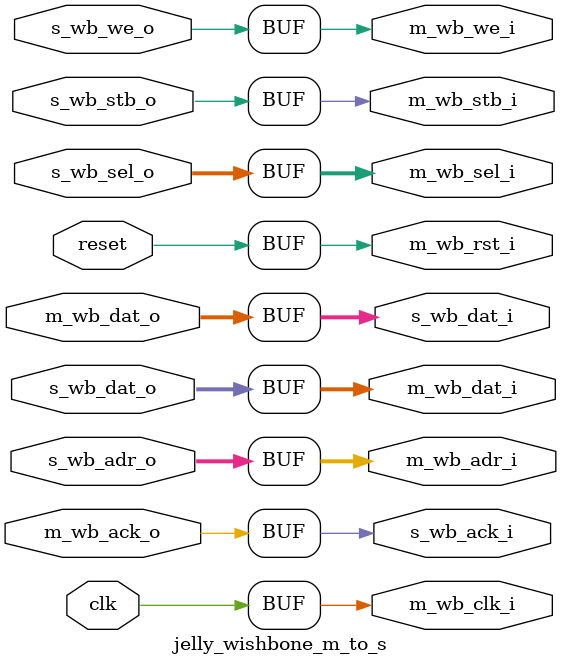
<source format=v>



`timescale 1ns / 1ps
`default_nettype none


module jelly_wishbone_m_to_s
		#(
			parameter	WB_ADR_WIDTH  = 30,
			parameter	WB_DAT_WIDTH  = 32,
			parameter	WB_SEL_WIDTH  = (WB_DAT_WIDTH / 8)
		)
		(
			// system
			input	wire						reset,
			input	wire						clk,
			
			// slave port
			input	wire	[WB_ADR_WIDTH-1:0]	s_wb_adr_o,
			output	wire	[WB_DAT_WIDTH-1:0]	s_wb_dat_i,
			input	wire	[WB_DAT_WIDTH-1:0]	s_wb_dat_o,
			input	wire						s_wb_we_o,
			input	wire	[WB_SEL_WIDTH-1:0]	s_wb_sel_o,
			input	wire						s_wb_stb_o,
			output	wire						s_wb_ack_i,
			
			// master port
			output	wire						m_wb_rst_i,
			output	wire						m_wb_clk_i,
			output	wire	[WB_ADR_WIDTH-1:0]	m_wb_adr_i,
			input	wire	[WB_DAT_WIDTH-1:0]	m_wb_dat_o,
			output	wire	[WB_DAT_WIDTH-1:0]	m_wb_dat_i,
			output	wire						m_wb_we_i,
			output	wire	[WB_SEL_WIDTH-1:0]	m_wb_sel_i,
			output	wire						m_wb_stb_i,
			input	wire						m_wb_ack_o
		);
	
	assign m_wb_rst_i = reset;
	assign m_wb_clk_i = clk;
	assign m_wb_adr_i = s_wb_adr_o;
	assign m_wb_dat_i = s_wb_dat_o;
	assign m_wb_we_i  = s_wb_we_o;
	assign m_wb_sel_i = s_wb_sel_o;
	assign m_wb_stb_i = s_wb_stb_o;
	
	assign s_wb_dat_i = m_wb_dat_o;
	assign s_wb_ack_i = m_wb_ack_o;
	
	
endmodule



`default_nettype wire


// end of file

</source>
